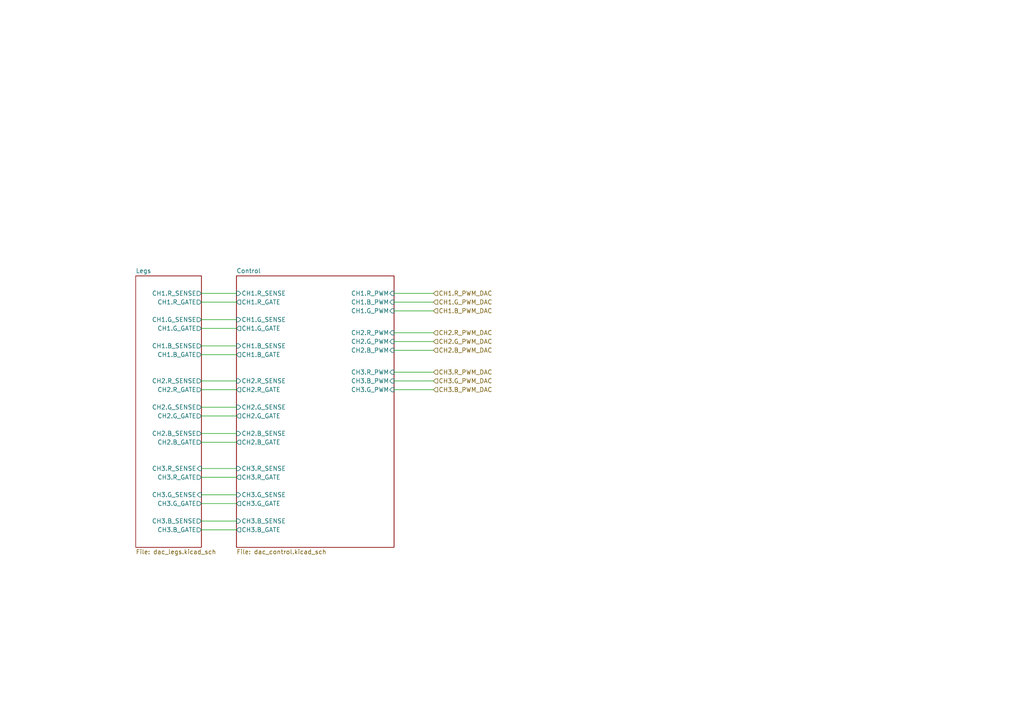
<source format=kicad_sch>
(kicad_sch (version 20230121) (generator eeschema)
  (paper "A4")
  (lib_symbols)
  (wire (pts (xy 114.3 113.03) (xy 125.73 113.03)))
  (wire (pts (xy 114.3 110.49) (xy 125.73 110.49)))
  (wire (pts (xy 114.3 101.6) (xy 125.73 101.6)))
  (wire (pts (xy 58.42 92.71) (xy 68.58 92.71)))
  (wire (pts (xy 114.3 87.63) (xy 125.73 87.63)))
  (wire (pts (xy 58.42 113.03) (xy 68.58 113.03)))
  (wire (pts (xy 58.42 125.73) (xy 68.58 125.73)))
  (wire (pts (xy 58.42 87.63) (xy 68.58 87.63)))
  (wire (pts (xy 58.42 143.51) (xy 68.58 143.51)))
  (wire (pts (xy 58.42 128.27) (xy 68.58 128.27)))
  (wire (pts (xy 58.42 135.89) (xy 68.58 135.89)))
  (wire (pts (xy 114.3 96.52) (xy 125.73 96.52)))
  (wire (pts (xy 114.3 85.09) (xy 125.73 85.09)))
  (wire (pts (xy 58.42 118.11) (xy 68.58 118.11)))
  (wire (pts (xy 58.42 146.05) (xy 68.58 146.05)))
  (wire (pts (xy 58.42 138.43) (xy 68.58 138.43)))
  (wire (pts (xy 58.42 151.13) (xy 68.58 151.13)))
  (wire (pts (xy 58.42 110.49) (xy 68.58 110.49)))
  (wire (pts (xy 114.3 107.95) (xy 125.73 107.95)))
  (wire (pts (xy 58.42 85.09) (xy 68.58 85.09)))
  (wire (pts (xy 58.42 120.65) (xy 68.58 120.65)))
  (wire (pts (xy 58.42 153.67) (xy 68.58 153.67)))
  (wire (pts (xy 58.42 95.25) (xy 68.58 95.25)))
  (wire (pts (xy 58.42 100.33) (xy 68.58 100.33)))
  (wire (pts (xy 58.42 102.87) (xy 68.58 102.87)))
  (wire (pts (xy 114.3 99.06) (xy 125.73 99.06)))
  (wire (pts (xy 114.3 90.17) (xy 125.73 90.17)))
  (hierarchical_label "CH2.G_PWM_DAC" (shape input) (at 125.73 99.06 0))
  (hierarchical_label "CH3.B_PWM_DAC" (shape input) (at 125.73 113.03 0))
  (hierarchical_label "CH2.R_PWM_DAC" (shape input) (at 125.73 96.52 0))
  (hierarchical_label "CH1.B_PWM_DAC" (shape input) (at 125.73 90.17 0))
  (hierarchical_label "CH3.R_PWM_DAC" (shape input) (at 125.73 107.95 0))
  (hierarchical_label "CH2.B_PWM_DAC" (shape input) (at 125.73 101.6 0))
  (hierarchical_label "CH3.G_PWM_DAC" (shape input) (at 125.73 110.49 0))
  (hierarchical_label "CH1.R_PWM_DAC" (shape input) (at 125.73 85.09 0))
  (hierarchical_label "CH1.G_PWM_DAC" (shape input) (at 125.73 87.63 0))
  (sheet (at 68.58 80.01) (size 45.72 78.74) (stroke (width 0.1524))
    (property "Sheetname" "Control" (at 68.58 79.2984 0) (effects (justify left bottom)))
    (property "Sheetfile" "dac_control.kicad_sch" (at 68.58 159.3346 0) (effects (justify left top)))
    (pin "CH1.B_PWM" input (at 114.3 87.63 0))
    (pin "CH1.R_SENSE" input (at 68.58 85.09 180))
    (pin "CH3.R_PWM" input (at 114.3 107.95 0))
    (pin "CH1.G_SENSE" input (at 68.58 92.71 180))
    (pin "CH1.G_PWM" input (at 114.3 90.17 0))
    (pin "CH1.R_PWM" input (at 114.3 85.09 0))
    (pin "CH1.B_SENSE" input (at 68.58 100.33 180))
    (pin "CH2.G_GATE" output (at 68.58 120.65 180))
    (pin "CH2.R_GATE" output (at 68.58 113.03 180))
    (pin "CH2.B_PWM" input (at 114.3 101.6 0))
    (pin "CH2.R_SENSE" input (at 68.58 110.49 180))
    (pin "CH2.G_SENSE" input (at 68.58 118.11 180))
    (pin "CH2.B_SENSE" input (at 68.58 125.73 180))
    (pin "CH2.B_GATE" output (at 68.58 128.27 180))
    (pin "CH3.G_SENSE" input (at 68.58 143.51 180))
    (pin "CH3.B_SENSE" input (at 68.58 151.13 180))
    (pin "CH3.R_SENSE" input (at 68.58 135.89 180))
    (pin "CH3.B_PWM" input (at 114.3 110.49 0))
    (pin "CH3.G_PWM" input (at 114.3 113.03 0))
    (pin "CH3.B_GATE" output (at 68.58 153.67 180))
    (pin "CH3.G_GATE" output (at 68.58 146.05 180))
    (pin "CH3.R_GATE" output (at 68.58 138.43 180))
    (pin "CH1.B_GATE" output (at 68.58 102.87 180))
    (pin "CH2.G_PWM" input (at 114.3 99.06 0))
    (pin "CH2.R_PWM" input (at 114.3 96.52 0))
    (pin "CH1.R_GATE" output (at 68.58 87.63 180))
    (pin "CH1.G_GATE" output (at 68.58 95.25 180))
  )
  (sheet (at 39.37 80.01) (size 19.05 78.74) (stroke (width 0.1524))
    (property "Sheetname" "Legs" (at 39.37 79.2984 0) (effects (justify left bottom)))
    (property "Sheetfile" "dac_legs.kicad_sch" (at 39.37 159.3346 0) (effects (justify left top)))
    (pin "CH1.R_SENSE" output (at 58.42 85.09 0))
    (pin "CH2.R_GATE" output (at 58.42 113.03 0))
    (pin "CH2.G_GATE" output (at 58.42 120.65 0))
    (pin "CH2.R_SENSE" output (at 58.42 110.49 0))
    (pin "CH2.G_SENSE" output (at 58.42 118.11 0))
    (pin "CH1.G_GATE" output (at 58.42 95.25 0))
    (pin "CH1.G_SENSE" output (at 58.42 92.71 0))
    (pin "CH1.R_GATE" output (at 58.42 87.63 0))
    (pin "CH1.B_SENSE" output (at 58.42 100.33 0))
    (pin "CH3.B_GATE" output (at 58.42 153.67 0))
    (pin "CH1.B_GATE" output (at 58.42 102.87 0))
    (pin "CH2.B_SENSE" output (at 58.42 125.73 0))
    (pin "CH2.B_GATE" output (at 58.42 128.27 0))
    (pin "CH3.R_GATE" output (at 58.42 138.43 0))
    (pin "CH3.R_SENSE" input (at 58.42 135.89 0))
    (pin "CH3.G_SENSE" input (at 58.42 143.51 0))
    (pin "CH3.B_SENSE" output (at 58.42 151.13 0))
    (pin "CH3.G_GATE" output (at 58.42 146.05 0))
  )
)
</source>
